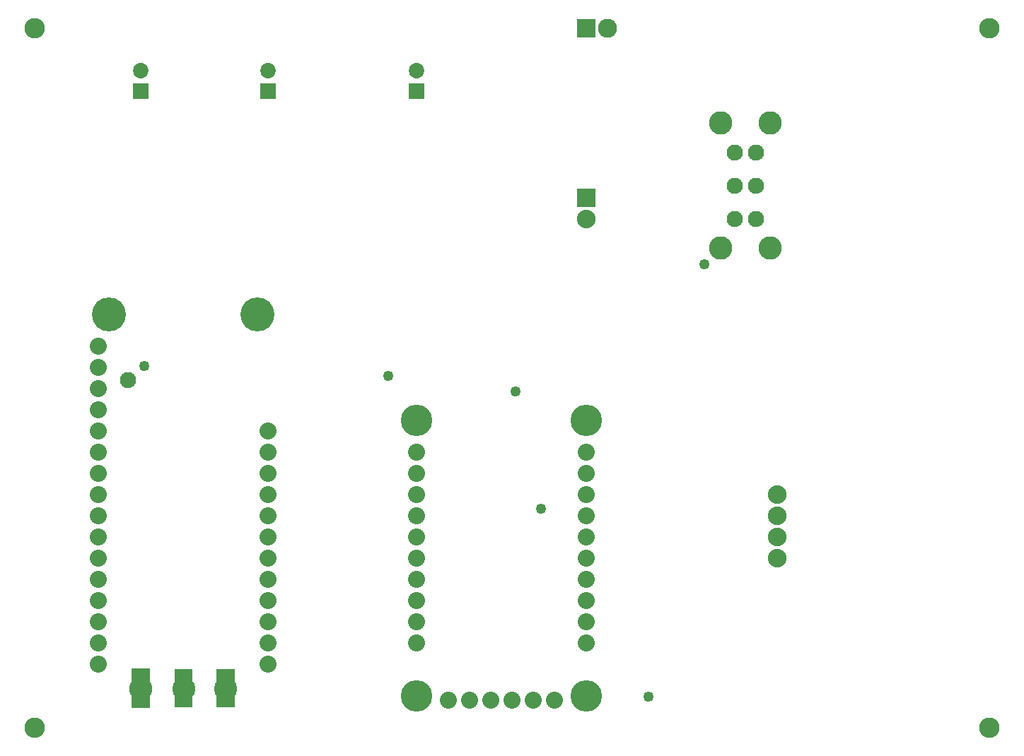
<source format=gbs>
G04 MADE WITH FRITZING*
G04 WWW.FRITZING.ORG*
G04 DOUBLE SIDED*
G04 HOLES PLATED*
G04 CONTOUR ON CENTER OF CONTOUR VECTOR*
%ASAXBY*%
%FSLAX23Y23*%
%MOIN*%
%OFA0B0*%
%SFA1.0B1.0*%
%ADD10C,0.148425*%
%ADD11C,0.080000*%
%ADD12C,0.049370*%
%ADD13C,0.108425*%
%ADD14C,0.160000*%
%ADD15C,0.110000*%
%ADD16C,0.076000*%
%ADD17C,0.072992*%
%ADD18C,0.088000*%
%ADD19C,0.090000*%
%ADD20C,0.096614*%
%ADD21R,0.072992X0.072992*%
%ADD22R,0.088000X0.088000*%
%ADD23R,0.090000X0.090000*%
%ADD24R,0.001000X0.001000*%
%LNMASK0*%
G90*
G70*
G54D10*
X1944Y330D03*
X1944Y1630D03*
G54D11*
X2094Y310D03*
X2194Y310D03*
X2294Y310D03*
X2394Y310D03*
X2494Y310D03*
X2594Y310D03*
X1944Y1480D03*
X1944Y1380D03*
X1944Y1280D03*
X1944Y1180D03*
X1944Y1080D03*
X1944Y980D03*
X1944Y880D03*
X1944Y780D03*
X1944Y680D03*
G54D10*
X2744Y1630D03*
G54D11*
X1944Y580D03*
G54D10*
X2744Y330D03*
G54D11*
X2744Y580D03*
X2744Y680D03*
X2744Y780D03*
X2744Y880D03*
X2744Y980D03*
X2744Y1080D03*
X2744Y1180D03*
X2744Y1280D03*
X2744Y1380D03*
X2744Y1480D03*
G54D12*
X3036Y327D03*
X3300Y2367D03*
X2412Y1767D03*
X2532Y1215D03*
X660Y1887D03*
X1812Y1839D03*
G54D11*
X1244Y1380D03*
G54D13*
X1044Y365D03*
G54D14*
X494Y2130D03*
G54D13*
X846Y365D03*
G54D15*
X644Y365D03*
G54D16*
X584Y1820D03*
G54D11*
X1244Y1180D03*
X444Y1980D03*
X1244Y1580D03*
X444Y1880D03*
X444Y1780D03*
X444Y1680D03*
X444Y1580D03*
X444Y1480D03*
X444Y1380D03*
X1244Y1080D03*
X444Y1280D03*
X1244Y1280D03*
X444Y1180D03*
X1244Y1480D03*
X444Y1080D03*
G54D14*
X1194Y2130D03*
G54D11*
X444Y980D03*
X444Y880D03*
X444Y780D03*
X444Y680D03*
X444Y580D03*
X444Y480D03*
X1244Y480D03*
X1244Y580D03*
X1244Y680D03*
X1244Y780D03*
X1244Y880D03*
X1244Y980D03*
G54D17*
X1244Y3182D03*
X1244Y3280D03*
X644Y3182D03*
X644Y3280D03*
X1944Y3182D03*
X1944Y3280D03*
G54D18*
X2744Y2680D03*
X2744Y2580D03*
G54D19*
X2744Y3480D03*
X2844Y3480D03*
G54D18*
X3644Y1280D03*
X3644Y1180D03*
X3644Y1080D03*
X3644Y980D03*
G54D15*
X3376Y2442D03*
X3612Y2442D03*
X3376Y3033D03*
X3612Y3033D03*
G54D16*
X3444Y2580D03*
X3444Y2737D03*
X3444Y2895D03*
X3543Y2580D03*
X3543Y2737D03*
X3543Y2895D03*
G54D20*
X4644Y3480D03*
X4644Y180D03*
X144Y3480D03*
X144Y180D03*
G54D21*
X1244Y3182D03*
X644Y3182D03*
X1944Y3182D03*
G54D22*
X2744Y2680D03*
G54D23*
X2744Y3480D03*
G54D24*
X602Y458D02*
X686Y458D01*
X602Y457D02*
X686Y457D01*
X804Y457D02*
X888Y457D01*
X1002Y457D02*
X1086Y457D01*
X602Y456D02*
X686Y456D01*
X804Y456D02*
X888Y456D01*
X1002Y456D02*
X1086Y456D01*
X602Y455D02*
X686Y455D01*
X804Y455D02*
X888Y455D01*
X1002Y455D02*
X1086Y455D01*
X602Y454D02*
X686Y454D01*
X804Y454D02*
X888Y454D01*
X1002Y454D02*
X1086Y454D01*
X602Y453D02*
X686Y453D01*
X804Y453D02*
X888Y453D01*
X1002Y453D02*
X1086Y453D01*
X602Y452D02*
X686Y452D01*
X804Y452D02*
X888Y452D01*
X1002Y452D02*
X1086Y452D01*
X602Y451D02*
X686Y451D01*
X804Y451D02*
X888Y451D01*
X1002Y451D02*
X1086Y451D01*
X602Y450D02*
X686Y450D01*
X804Y450D02*
X888Y450D01*
X1002Y450D02*
X1086Y450D01*
X602Y449D02*
X686Y449D01*
X804Y449D02*
X888Y449D01*
X1002Y449D02*
X1086Y449D01*
X602Y448D02*
X686Y448D01*
X804Y448D02*
X888Y448D01*
X1002Y448D02*
X1086Y448D01*
X602Y447D02*
X686Y447D01*
X804Y447D02*
X888Y447D01*
X1002Y447D02*
X1086Y447D01*
X602Y446D02*
X686Y446D01*
X804Y446D02*
X888Y446D01*
X1002Y446D02*
X1086Y446D01*
X602Y445D02*
X686Y445D01*
X804Y445D02*
X888Y445D01*
X1002Y445D02*
X1086Y445D01*
X602Y444D02*
X686Y444D01*
X804Y444D02*
X888Y444D01*
X1002Y444D02*
X1086Y444D01*
X602Y443D02*
X686Y443D01*
X804Y443D02*
X888Y443D01*
X1002Y443D02*
X1086Y443D01*
X602Y442D02*
X686Y442D01*
X804Y442D02*
X888Y442D01*
X1002Y442D02*
X1086Y442D01*
X602Y441D02*
X686Y441D01*
X804Y441D02*
X888Y441D01*
X1002Y441D02*
X1086Y441D01*
X602Y440D02*
X686Y440D01*
X804Y440D02*
X888Y440D01*
X1002Y440D02*
X1086Y440D01*
X602Y439D02*
X686Y439D01*
X804Y439D02*
X888Y439D01*
X1002Y439D02*
X1086Y439D01*
X602Y438D02*
X686Y438D01*
X804Y438D02*
X888Y438D01*
X1002Y438D02*
X1086Y438D01*
X602Y437D02*
X686Y437D01*
X804Y437D02*
X888Y437D01*
X1002Y437D02*
X1086Y437D01*
X602Y436D02*
X686Y436D01*
X804Y436D02*
X888Y436D01*
X1002Y436D02*
X1086Y436D01*
X602Y435D02*
X686Y435D01*
X804Y435D02*
X888Y435D01*
X1002Y435D02*
X1086Y435D01*
X602Y434D02*
X686Y434D01*
X804Y434D02*
X888Y434D01*
X1002Y434D02*
X1086Y434D01*
X602Y433D02*
X686Y433D01*
X804Y433D02*
X888Y433D01*
X1002Y433D02*
X1086Y433D01*
X602Y432D02*
X686Y432D01*
X804Y432D02*
X888Y432D01*
X1002Y432D02*
X1086Y432D01*
X602Y431D02*
X686Y431D01*
X804Y431D02*
X888Y431D01*
X1002Y431D02*
X1086Y431D01*
X602Y430D02*
X686Y430D01*
X804Y430D02*
X888Y430D01*
X1002Y430D02*
X1086Y430D01*
X602Y429D02*
X686Y429D01*
X804Y429D02*
X888Y429D01*
X1002Y429D02*
X1086Y429D01*
X602Y428D02*
X686Y428D01*
X804Y428D02*
X888Y428D01*
X1002Y428D02*
X1086Y428D01*
X602Y427D02*
X686Y427D01*
X804Y427D02*
X888Y427D01*
X1002Y427D02*
X1086Y427D01*
X602Y426D02*
X686Y426D01*
X804Y426D02*
X888Y426D01*
X1002Y426D02*
X1086Y426D01*
X602Y425D02*
X686Y425D01*
X804Y425D02*
X888Y425D01*
X1002Y425D02*
X1086Y425D01*
X602Y424D02*
X686Y424D01*
X804Y424D02*
X888Y424D01*
X1002Y424D02*
X1086Y424D01*
X602Y423D02*
X686Y423D01*
X804Y423D02*
X888Y423D01*
X1002Y423D02*
X1086Y423D01*
X602Y422D02*
X686Y422D01*
X804Y422D02*
X888Y422D01*
X1002Y422D02*
X1086Y422D01*
X602Y421D02*
X686Y421D01*
X804Y421D02*
X888Y421D01*
X1002Y421D02*
X1086Y421D01*
X602Y420D02*
X686Y420D01*
X804Y420D02*
X888Y420D01*
X1002Y420D02*
X1086Y420D01*
X602Y419D02*
X686Y419D01*
X804Y419D02*
X888Y419D01*
X1002Y419D02*
X1086Y419D01*
X602Y418D02*
X686Y418D01*
X804Y418D02*
X888Y418D01*
X1002Y418D02*
X1086Y418D01*
X602Y417D02*
X686Y417D01*
X804Y417D02*
X888Y417D01*
X1002Y417D02*
X1086Y417D01*
X602Y416D02*
X686Y416D01*
X804Y416D02*
X888Y416D01*
X1002Y416D02*
X1086Y416D01*
X602Y415D02*
X686Y415D01*
X804Y415D02*
X888Y415D01*
X1002Y415D02*
X1086Y415D01*
X602Y414D02*
X686Y414D01*
X804Y414D02*
X888Y414D01*
X1002Y414D02*
X1086Y414D01*
X602Y413D02*
X686Y413D01*
X804Y413D02*
X888Y413D01*
X1002Y413D02*
X1086Y413D01*
X602Y412D02*
X686Y412D01*
X804Y412D02*
X888Y412D01*
X1002Y412D02*
X1086Y412D01*
X602Y411D02*
X686Y411D01*
X804Y411D02*
X888Y411D01*
X1002Y411D02*
X1086Y411D01*
X602Y410D02*
X686Y410D01*
X804Y410D02*
X888Y410D01*
X1002Y410D02*
X1086Y410D01*
X602Y409D02*
X686Y409D01*
X804Y409D02*
X888Y409D01*
X1002Y409D02*
X1086Y409D01*
X602Y408D02*
X686Y408D01*
X804Y408D02*
X888Y408D01*
X1002Y408D02*
X1086Y408D01*
X602Y407D02*
X686Y407D01*
X804Y407D02*
X888Y407D01*
X1002Y407D02*
X1086Y407D01*
X602Y406D02*
X686Y406D01*
X804Y406D02*
X888Y406D01*
X1002Y406D02*
X1086Y406D01*
X602Y405D02*
X686Y405D01*
X804Y405D02*
X888Y405D01*
X1002Y405D02*
X1086Y405D01*
X602Y404D02*
X686Y404D01*
X804Y404D02*
X888Y404D01*
X1002Y404D02*
X1086Y404D01*
X602Y403D02*
X686Y403D01*
X804Y403D02*
X888Y403D01*
X1002Y403D02*
X1086Y403D01*
X602Y402D02*
X686Y402D01*
X804Y402D02*
X888Y402D01*
X1002Y402D02*
X1086Y402D01*
X602Y401D02*
X686Y401D01*
X804Y401D02*
X888Y401D01*
X1002Y401D02*
X1086Y401D01*
X602Y400D02*
X686Y400D01*
X804Y400D02*
X888Y400D01*
X1002Y400D02*
X1086Y400D01*
X602Y399D02*
X639Y399D01*
X648Y399D02*
X686Y399D01*
X804Y399D02*
X888Y399D01*
X1002Y399D02*
X1086Y399D01*
X602Y398D02*
X634Y398D01*
X653Y398D02*
X686Y398D01*
X804Y398D02*
X838Y398D01*
X854Y398D02*
X888Y398D01*
X1002Y398D02*
X1036Y398D01*
X1052Y398D02*
X1086Y398D01*
X602Y397D02*
X631Y397D01*
X656Y397D02*
X686Y397D01*
X804Y397D02*
X834Y397D01*
X857Y397D02*
X888Y397D01*
X1002Y397D02*
X1032Y397D01*
X1055Y397D02*
X1086Y397D01*
X602Y396D02*
X629Y396D01*
X659Y396D02*
X686Y396D01*
X804Y396D02*
X832Y396D01*
X860Y396D02*
X888Y396D01*
X1002Y396D02*
X1030Y396D01*
X1058Y396D02*
X1086Y396D01*
X602Y395D02*
X627Y395D01*
X661Y395D02*
X686Y395D01*
X804Y395D02*
X830Y395D01*
X862Y395D02*
X888Y395D01*
X1002Y395D02*
X1028Y395D01*
X1060Y395D02*
X1086Y395D01*
X602Y394D02*
X626Y394D01*
X662Y394D02*
X686Y394D01*
X804Y394D02*
X828Y394D01*
X864Y394D02*
X888Y394D01*
X1002Y394D02*
X1026Y394D01*
X1062Y394D02*
X1086Y394D01*
X602Y393D02*
X624Y393D01*
X664Y393D02*
X686Y393D01*
X804Y393D02*
X827Y393D01*
X865Y393D02*
X888Y393D01*
X1002Y393D02*
X1025Y393D01*
X1063Y393D02*
X1086Y393D01*
X602Y392D02*
X623Y392D01*
X665Y392D02*
X686Y392D01*
X804Y392D02*
X825Y392D01*
X867Y392D02*
X888Y392D01*
X1002Y392D02*
X1023Y392D01*
X1065Y392D02*
X1086Y392D01*
X602Y391D02*
X622Y391D01*
X666Y391D02*
X686Y391D01*
X804Y391D02*
X824Y391D01*
X868Y391D02*
X888Y391D01*
X1002Y391D02*
X1022Y391D01*
X1066Y391D02*
X1086Y391D01*
X602Y390D02*
X621Y390D01*
X667Y390D02*
X686Y390D01*
X804Y390D02*
X823Y390D01*
X869Y390D02*
X888Y390D01*
X1002Y390D02*
X1021Y390D01*
X1067Y390D02*
X1086Y390D01*
X602Y389D02*
X620Y389D01*
X668Y389D02*
X686Y389D01*
X804Y389D02*
X822Y389D01*
X870Y389D02*
X888Y389D01*
X1002Y389D02*
X1020Y389D01*
X1068Y389D02*
X1086Y389D01*
X602Y388D02*
X619Y388D01*
X669Y388D02*
X686Y388D01*
X804Y388D02*
X821Y388D01*
X871Y388D02*
X888Y388D01*
X1002Y388D02*
X1019Y388D01*
X1069Y388D02*
X1086Y388D01*
X602Y387D02*
X618Y387D01*
X670Y387D02*
X686Y387D01*
X804Y387D02*
X820Y387D01*
X871Y387D02*
X888Y387D01*
X1002Y387D02*
X1018Y387D01*
X1069Y387D02*
X1086Y387D01*
X602Y386D02*
X617Y386D01*
X671Y386D02*
X686Y386D01*
X804Y386D02*
X819Y386D01*
X872Y386D02*
X888Y386D01*
X1002Y386D02*
X1017Y386D01*
X1070Y386D02*
X1086Y386D01*
X602Y385D02*
X616Y385D01*
X671Y385D02*
X686Y385D01*
X804Y385D02*
X819Y385D01*
X873Y385D02*
X888Y385D01*
X1002Y385D02*
X1017Y385D01*
X1071Y385D02*
X1086Y385D01*
X602Y384D02*
X616Y384D01*
X672Y384D02*
X686Y384D01*
X804Y384D02*
X818Y384D01*
X874Y384D02*
X888Y384D01*
X1002Y384D02*
X1016Y384D01*
X1072Y384D02*
X1086Y384D01*
X602Y383D02*
X615Y383D01*
X673Y383D02*
X686Y383D01*
X804Y383D02*
X817Y383D01*
X874Y383D02*
X888Y383D01*
X1002Y383D02*
X1015Y383D01*
X1072Y383D02*
X1086Y383D01*
X602Y382D02*
X614Y382D01*
X673Y382D02*
X686Y382D01*
X804Y382D02*
X817Y382D01*
X875Y382D02*
X888Y382D01*
X1002Y382D02*
X1015Y382D01*
X1073Y382D02*
X1086Y382D01*
X602Y381D02*
X614Y381D01*
X674Y381D02*
X686Y381D01*
X804Y381D02*
X816Y381D01*
X875Y381D02*
X888Y381D01*
X1002Y381D02*
X1014Y381D01*
X1073Y381D02*
X1086Y381D01*
X602Y380D02*
X613Y380D01*
X674Y380D02*
X686Y380D01*
X804Y380D02*
X816Y380D01*
X876Y380D02*
X888Y380D01*
X1002Y380D02*
X1014Y380D01*
X1074Y380D02*
X1086Y380D01*
X602Y379D02*
X613Y379D01*
X675Y379D02*
X686Y379D01*
X804Y379D02*
X815Y379D01*
X876Y379D02*
X888Y379D01*
X1002Y379D02*
X1013Y379D01*
X1074Y379D02*
X1086Y379D01*
X602Y378D02*
X613Y378D01*
X675Y378D02*
X686Y378D01*
X804Y378D02*
X815Y378D01*
X877Y378D02*
X888Y378D01*
X1002Y378D02*
X1013Y378D01*
X1075Y378D02*
X1086Y378D01*
X602Y377D02*
X612Y377D01*
X675Y377D02*
X686Y377D01*
X804Y377D02*
X815Y377D01*
X877Y377D02*
X888Y377D01*
X1002Y377D02*
X1013Y377D01*
X1075Y377D02*
X1086Y377D01*
X602Y376D02*
X612Y376D01*
X676Y376D02*
X686Y376D01*
X804Y376D02*
X814Y376D01*
X877Y376D02*
X888Y376D01*
X1002Y376D02*
X1012Y376D01*
X1075Y376D02*
X1086Y376D01*
X602Y375D02*
X612Y375D01*
X676Y375D02*
X686Y375D01*
X804Y375D02*
X814Y375D01*
X878Y375D02*
X888Y375D01*
X1002Y375D02*
X1012Y375D01*
X1076Y375D02*
X1086Y375D01*
X602Y374D02*
X611Y374D01*
X676Y374D02*
X686Y374D01*
X804Y374D02*
X814Y374D01*
X878Y374D02*
X888Y374D01*
X1002Y374D02*
X1012Y374D01*
X1076Y374D02*
X1086Y374D01*
X602Y373D02*
X611Y373D01*
X677Y373D02*
X686Y373D01*
X804Y373D02*
X813Y373D01*
X878Y373D02*
X888Y373D01*
X1002Y373D02*
X1011Y373D01*
X1076Y373D02*
X1086Y373D01*
X602Y372D02*
X611Y372D01*
X677Y372D02*
X686Y372D01*
X804Y372D02*
X813Y372D01*
X878Y372D02*
X888Y372D01*
X1002Y372D02*
X1011Y372D01*
X1076Y372D02*
X1086Y372D01*
X601Y371D02*
X611Y371D01*
X677Y371D02*
X686Y371D01*
X804Y371D02*
X813Y371D01*
X878Y371D02*
X888Y371D01*
X1002Y371D02*
X1011Y371D01*
X1076Y371D02*
X1086Y371D01*
X601Y370D02*
X611Y370D01*
X677Y370D02*
X686Y370D01*
X804Y370D02*
X813Y370D01*
X878Y370D02*
X888Y370D01*
X1002Y370D02*
X1011Y370D01*
X1077Y370D02*
X1086Y370D01*
X601Y369D02*
X611Y369D01*
X677Y369D02*
X686Y369D01*
X804Y369D02*
X813Y369D01*
X879Y369D02*
X888Y369D01*
X1002Y369D02*
X1011Y369D01*
X1077Y369D02*
X1086Y369D01*
X601Y368D02*
X611Y368D01*
X677Y368D02*
X686Y368D01*
X804Y368D02*
X813Y368D01*
X879Y368D02*
X888Y368D01*
X1002Y368D02*
X1011Y368D01*
X1077Y368D02*
X1086Y368D01*
X601Y367D02*
X611Y367D01*
X677Y367D02*
X686Y367D01*
X804Y367D02*
X813Y367D01*
X879Y367D02*
X888Y367D01*
X1002Y367D02*
X1011Y367D01*
X1077Y367D02*
X1086Y367D01*
X601Y366D02*
X611Y366D01*
X677Y366D02*
X686Y366D01*
X804Y366D02*
X813Y366D01*
X879Y366D02*
X888Y366D01*
X1002Y366D02*
X1011Y366D01*
X1077Y366D02*
X1086Y366D01*
X601Y365D02*
X611Y365D01*
X677Y365D02*
X686Y365D01*
X804Y365D02*
X813Y365D01*
X879Y365D02*
X888Y365D01*
X1002Y365D02*
X1011Y365D01*
X1077Y365D02*
X1086Y365D01*
X601Y364D02*
X611Y364D01*
X677Y364D02*
X686Y364D01*
X804Y364D02*
X813Y364D01*
X879Y364D02*
X888Y364D01*
X1002Y364D02*
X1011Y364D01*
X1077Y364D02*
X1086Y364D01*
X601Y363D02*
X611Y363D01*
X677Y363D02*
X686Y363D01*
X804Y363D02*
X813Y363D01*
X878Y363D02*
X888Y363D01*
X1002Y363D02*
X1011Y363D01*
X1077Y363D02*
X1086Y363D01*
X601Y362D02*
X611Y362D01*
X677Y362D02*
X686Y362D01*
X804Y362D02*
X813Y362D01*
X878Y362D02*
X888Y362D01*
X1002Y362D02*
X1011Y362D01*
X1076Y362D02*
X1086Y362D01*
X602Y361D02*
X611Y361D01*
X677Y361D02*
X686Y361D01*
X804Y361D02*
X813Y361D01*
X878Y361D02*
X888Y361D01*
X1002Y361D02*
X1011Y361D01*
X1076Y361D02*
X1086Y361D01*
X602Y360D02*
X611Y360D01*
X677Y360D02*
X686Y360D01*
X804Y360D02*
X813Y360D01*
X878Y360D02*
X888Y360D01*
X1002Y360D02*
X1011Y360D01*
X1076Y360D02*
X1086Y360D01*
X602Y359D02*
X611Y359D01*
X676Y359D02*
X686Y359D01*
X804Y359D02*
X814Y359D01*
X878Y359D02*
X888Y359D01*
X1002Y359D02*
X1012Y359D01*
X1076Y359D02*
X1086Y359D01*
X602Y358D02*
X612Y358D01*
X676Y358D02*
X686Y358D01*
X804Y358D02*
X814Y358D01*
X878Y358D02*
X888Y358D01*
X1002Y358D02*
X1012Y358D01*
X1076Y358D02*
X1086Y358D01*
X602Y357D02*
X612Y357D01*
X676Y357D02*
X686Y357D01*
X804Y357D02*
X814Y357D01*
X877Y357D02*
X888Y357D01*
X1002Y357D02*
X1012Y357D01*
X1075Y357D02*
X1086Y357D01*
X602Y356D02*
X612Y356D01*
X676Y356D02*
X686Y356D01*
X804Y356D02*
X815Y356D01*
X877Y356D02*
X888Y356D01*
X1002Y356D02*
X1013Y356D01*
X1075Y356D02*
X1086Y356D01*
X602Y355D02*
X613Y355D01*
X675Y355D02*
X686Y355D01*
X804Y355D02*
X815Y355D01*
X877Y355D02*
X888Y355D01*
X1002Y355D02*
X1013Y355D01*
X1075Y355D02*
X1086Y355D01*
X602Y354D02*
X613Y354D01*
X675Y354D02*
X686Y354D01*
X804Y354D02*
X815Y354D01*
X876Y354D02*
X888Y354D01*
X1002Y354D02*
X1013Y354D01*
X1074Y354D02*
X1086Y354D01*
X602Y353D02*
X613Y353D01*
X674Y353D02*
X686Y353D01*
X804Y353D02*
X816Y353D01*
X876Y353D02*
X888Y353D01*
X1002Y353D02*
X1014Y353D01*
X1074Y353D02*
X1086Y353D01*
X602Y352D02*
X614Y352D01*
X674Y352D02*
X686Y352D01*
X804Y352D02*
X816Y352D01*
X875Y352D02*
X888Y352D01*
X1002Y352D02*
X1014Y352D01*
X1073Y352D02*
X1086Y352D01*
X602Y351D02*
X614Y351D01*
X673Y351D02*
X686Y351D01*
X804Y351D02*
X817Y351D01*
X875Y351D02*
X888Y351D01*
X1002Y351D02*
X1015Y351D01*
X1073Y351D02*
X1086Y351D01*
X602Y350D02*
X615Y350D01*
X673Y350D02*
X686Y350D01*
X804Y350D02*
X817Y350D01*
X874Y350D02*
X888Y350D01*
X1002Y350D02*
X1015Y350D01*
X1072Y350D02*
X1086Y350D01*
X602Y349D02*
X616Y349D01*
X672Y349D02*
X686Y349D01*
X804Y349D02*
X818Y349D01*
X874Y349D02*
X888Y349D01*
X1002Y349D02*
X1016Y349D01*
X1072Y349D02*
X1086Y349D01*
X602Y348D02*
X616Y348D01*
X672Y348D02*
X686Y348D01*
X804Y348D02*
X819Y348D01*
X873Y348D02*
X888Y348D01*
X1002Y348D02*
X1017Y348D01*
X1071Y348D02*
X1086Y348D01*
X602Y347D02*
X617Y347D01*
X671Y347D02*
X686Y347D01*
X804Y347D02*
X819Y347D01*
X872Y347D02*
X888Y347D01*
X1002Y347D02*
X1017Y347D01*
X1070Y347D02*
X1086Y347D01*
X602Y346D02*
X618Y346D01*
X670Y346D02*
X686Y346D01*
X804Y346D02*
X820Y346D01*
X872Y346D02*
X888Y346D01*
X1002Y346D02*
X1018Y346D01*
X1070Y346D02*
X1086Y346D01*
X602Y345D02*
X619Y345D01*
X669Y345D02*
X686Y345D01*
X804Y345D02*
X821Y345D01*
X871Y345D02*
X888Y345D01*
X1002Y345D02*
X1019Y345D01*
X1069Y345D02*
X1086Y345D01*
X602Y344D02*
X620Y344D01*
X668Y344D02*
X686Y344D01*
X804Y344D02*
X822Y344D01*
X870Y344D02*
X888Y344D01*
X1002Y344D02*
X1020Y344D01*
X1068Y344D02*
X1086Y344D01*
X602Y343D02*
X620Y343D01*
X667Y343D02*
X686Y343D01*
X804Y343D02*
X823Y343D01*
X869Y343D02*
X888Y343D01*
X1002Y343D02*
X1021Y343D01*
X1067Y343D02*
X1086Y343D01*
X602Y342D02*
X622Y342D01*
X666Y342D02*
X686Y342D01*
X804Y342D02*
X824Y342D01*
X868Y342D02*
X888Y342D01*
X1002Y342D02*
X1022Y342D01*
X1066Y342D02*
X1086Y342D01*
X602Y341D02*
X623Y341D01*
X665Y341D02*
X686Y341D01*
X804Y341D02*
X825Y341D01*
X867Y341D02*
X888Y341D01*
X1002Y341D02*
X1023Y341D01*
X1065Y341D02*
X1086Y341D01*
X602Y340D02*
X624Y340D01*
X664Y340D02*
X686Y340D01*
X804Y340D02*
X826Y340D01*
X865Y340D02*
X888Y340D01*
X1002Y340D02*
X1024Y340D01*
X1063Y340D02*
X1086Y340D01*
X602Y339D02*
X625Y339D01*
X662Y339D02*
X686Y339D01*
X804Y339D02*
X828Y339D01*
X864Y339D02*
X888Y339D01*
X1002Y339D02*
X1026Y339D01*
X1062Y339D02*
X1086Y339D01*
X602Y338D02*
X627Y338D01*
X661Y338D02*
X686Y338D01*
X804Y338D02*
X829Y338D01*
X862Y338D02*
X888Y338D01*
X1002Y338D02*
X1027Y338D01*
X1060Y338D02*
X1086Y338D01*
X602Y337D02*
X629Y337D01*
X659Y337D02*
X686Y337D01*
X804Y337D02*
X831Y337D01*
X860Y337D02*
X888Y337D01*
X1002Y337D02*
X1029Y337D01*
X1058Y337D02*
X1086Y337D01*
X602Y336D02*
X631Y336D01*
X657Y336D02*
X686Y336D01*
X804Y336D02*
X834Y336D01*
X858Y336D02*
X888Y336D01*
X1002Y336D02*
X1032Y336D01*
X1056Y336D02*
X1086Y336D01*
X602Y335D02*
X634Y335D01*
X654Y335D02*
X686Y335D01*
X804Y335D02*
X837Y335D01*
X855Y335D02*
X888Y335D01*
X1002Y335D02*
X1035Y335D01*
X1053Y335D02*
X1086Y335D01*
X602Y334D02*
X639Y334D01*
X649Y334D02*
X686Y334D01*
X804Y334D02*
X888Y334D01*
X1002Y334D02*
X1086Y334D01*
X602Y333D02*
X686Y333D01*
X804Y333D02*
X888Y333D01*
X1002Y333D02*
X1086Y333D01*
X602Y332D02*
X686Y332D01*
X804Y332D02*
X888Y332D01*
X1002Y332D02*
X1086Y332D01*
X602Y331D02*
X686Y331D01*
X804Y331D02*
X888Y331D01*
X1002Y331D02*
X1086Y331D01*
X602Y330D02*
X686Y330D01*
X804Y330D02*
X888Y330D01*
X1002Y330D02*
X1086Y330D01*
X602Y329D02*
X686Y329D01*
X804Y329D02*
X888Y329D01*
X1002Y329D02*
X1086Y329D01*
X602Y328D02*
X686Y328D01*
X804Y328D02*
X888Y328D01*
X1002Y328D02*
X1086Y328D01*
X602Y327D02*
X686Y327D01*
X804Y327D02*
X888Y327D01*
X1002Y327D02*
X1086Y327D01*
X602Y326D02*
X686Y326D01*
X804Y326D02*
X888Y326D01*
X1002Y326D02*
X1086Y326D01*
X602Y325D02*
X686Y325D01*
X804Y325D02*
X888Y325D01*
X1002Y325D02*
X1086Y325D01*
X602Y324D02*
X686Y324D01*
X804Y324D02*
X888Y324D01*
X1002Y324D02*
X1086Y324D01*
X602Y323D02*
X686Y323D01*
X804Y323D02*
X888Y323D01*
X1002Y323D02*
X1086Y323D01*
X602Y322D02*
X686Y322D01*
X804Y322D02*
X888Y322D01*
X1002Y322D02*
X1086Y322D01*
X602Y321D02*
X686Y321D01*
X804Y321D02*
X888Y321D01*
X1002Y321D02*
X1086Y321D01*
X602Y320D02*
X686Y320D01*
X804Y320D02*
X888Y320D01*
X1002Y320D02*
X1086Y320D01*
X602Y319D02*
X686Y319D01*
X804Y319D02*
X888Y319D01*
X1002Y319D02*
X1086Y319D01*
X602Y318D02*
X686Y318D01*
X804Y318D02*
X888Y318D01*
X1002Y318D02*
X1086Y318D01*
X602Y317D02*
X686Y317D01*
X804Y317D02*
X888Y317D01*
X1002Y317D02*
X1086Y317D01*
X602Y316D02*
X686Y316D01*
X804Y316D02*
X888Y316D01*
X1002Y316D02*
X1086Y316D01*
X602Y315D02*
X686Y315D01*
X804Y315D02*
X888Y315D01*
X1002Y315D02*
X1086Y315D01*
X602Y314D02*
X686Y314D01*
X804Y314D02*
X888Y314D01*
X1002Y314D02*
X1086Y314D01*
X602Y313D02*
X686Y313D01*
X804Y313D02*
X888Y313D01*
X1002Y313D02*
X1086Y313D01*
X602Y312D02*
X686Y312D01*
X804Y312D02*
X888Y312D01*
X1002Y312D02*
X1086Y312D01*
X602Y311D02*
X686Y311D01*
X804Y311D02*
X888Y311D01*
X1002Y311D02*
X1086Y311D01*
X602Y310D02*
X686Y310D01*
X804Y310D02*
X888Y310D01*
X1002Y310D02*
X1086Y310D01*
X602Y309D02*
X686Y309D01*
X804Y309D02*
X888Y309D01*
X1002Y309D02*
X1086Y309D01*
X602Y308D02*
X686Y308D01*
X804Y308D02*
X888Y308D01*
X1002Y308D02*
X1086Y308D01*
X602Y307D02*
X686Y307D01*
X804Y307D02*
X888Y307D01*
X1002Y307D02*
X1086Y307D01*
X602Y306D02*
X686Y306D01*
X804Y306D02*
X888Y306D01*
X1002Y306D02*
X1086Y306D01*
X602Y305D02*
X686Y305D01*
X804Y305D02*
X888Y305D01*
X1002Y305D02*
X1086Y305D01*
X602Y304D02*
X686Y304D01*
X804Y304D02*
X888Y304D01*
X1002Y304D02*
X1086Y304D01*
X602Y303D02*
X686Y303D01*
X804Y303D02*
X888Y303D01*
X1002Y303D02*
X1086Y303D01*
X602Y302D02*
X686Y302D01*
X804Y302D02*
X888Y302D01*
X1002Y302D02*
X1086Y302D01*
X602Y301D02*
X686Y301D01*
X804Y301D02*
X888Y301D01*
X1002Y301D02*
X1086Y301D01*
X602Y300D02*
X686Y300D01*
X804Y300D02*
X888Y300D01*
X1002Y300D02*
X1086Y300D01*
X602Y299D02*
X686Y299D01*
X804Y299D02*
X888Y299D01*
X1002Y299D02*
X1086Y299D01*
X602Y298D02*
X686Y298D01*
X804Y298D02*
X888Y298D01*
X1002Y298D02*
X1086Y298D01*
X602Y297D02*
X686Y297D01*
X804Y297D02*
X888Y297D01*
X1002Y297D02*
X1086Y297D01*
X602Y296D02*
X686Y296D01*
X804Y296D02*
X888Y296D01*
X1002Y296D02*
X1086Y296D01*
X602Y295D02*
X686Y295D01*
X804Y295D02*
X888Y295D01*
X1002Y295D02*
X1086Y295D01*
X602Y294D02*
X686Y294D01*
X804Y294D02*
X888Y294D01*
X1002Y294D02*
X1086Y294D01*
X602Y293D02*
X686Y293D01*
X804Y293D02*
X888Y293D01*
X1002Y293D02*
X1086Y293D01*
X602Y292D02*
X686Y292D01*
X804Y292D02*
X888Y292D01*
X1002Y292D02*
X1086Y292D01*
X602Y291D02*
X686Y291D01*
X804Y291D02*
X888Y291D01*
X1002Y291D02*
X1086Y291D01*
X602Y290D02*
X686Y290D01*
X804Y290D02*
X888Y290D01*
X1002Y290D02*
X1086Y290D01*
X602Y289D02*
X686Y289D01*
X804Y289D02*
X888Y289D01*
X1002Y289D02*
X1086Y289D01*
X602Y288D02*
X686Y288D01*
X804Y288D02*
X888Y288D01*
X1002Y288D02*
X1086Y288D01*
X602Y287D02*
X686Y287D01*
X804Y287D02*
X888Y287D01*
X1002Y287D02*
X1086Y287D01*
X602Y286D02*
X686Y286D01*
X804Y286D02*
X888Y286D01*
X1002Y286D02*
X1086Y286D01*
X602Y285D02*
X686Y285D01*
X804Y285D02*
X888Y285D01*
X1002Y285D02*
X1086Y285D01*
X602Y284D02*
X686Y284D01*
X804Y284D02*
X888Y284D01*
X1002Y284D02*
X1086Y284D01*
X602Y283D02*
X686Y283D01*
X804Y283D02*
X888Y283D01*
X1002Y283D02*
X1086Y283D01*
X602Y282D02*
X686Y282D01*
X804Y282D02*
X888Y282D01*
X1002Y282D02*
X1086Y282D01*
X602Y281D02*
X686Y281D01*
X804Y281D02*
X888Y281D01*
X1002Y281D02*
X1086Y281D01*
X602Y280D02*
X686Y280D01*
X804Y280D02*
X888Y280D01*
X1002Y280D02*
X1086Y280D01*
X602Y279D02*
X686Y279D01*
X804Y279D02*
X888Y279D01*
X1002Y279D02*
X1086Y279D01*
X602Y278D02*
X686Y278D01*
X804Y278D02*
X888Y278D01*
X1002Y278D02*
X1086Y278D01*
X602Y277D02*
X686Y277D01*
X804Y277D02*
X888Y277D01*
X1002Y277D02*
X1086Y277D01*
X602Y276D02*
X686Y276D01*
X804Y276D02*
X888Y276D01*
X1002Y276D02*
X1086Y276D01*
X602Y275D02*
X686Y275D01*
D02*
G04 End of Mask0*
M02*
</source>
